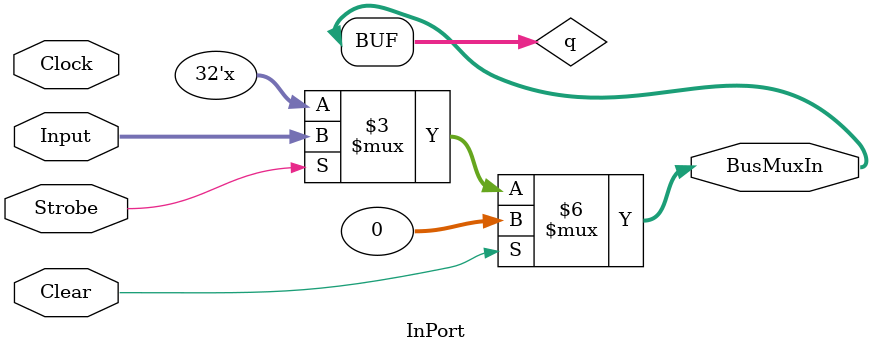
<source format=v>
module InPort #(parameter DATA_WIDTH_IN = 32, DATA_WIDTH_OUT = 32, INIT = 32'h0)(
	input Clear, Clock, Strobe,
	input [DATA_WIDTH_IN-1:0] Input,
	output [DATA_WIDTH_OUT-1:0] BusMuxIn
);

reg [DATA_WIDTH_IN-1:0]q;
initial q = INIT;
always @ (*)
		begin
			if (Clear) begin
				q <= {DATA_WIDTH_IN{1'b0}};
			end
			else if (Strobe) begin
				q <= Input;
			end
		end
	assign BusMuxIn = q[DATA_WIDTH_OUT-1:0];
endmodule

</source>
